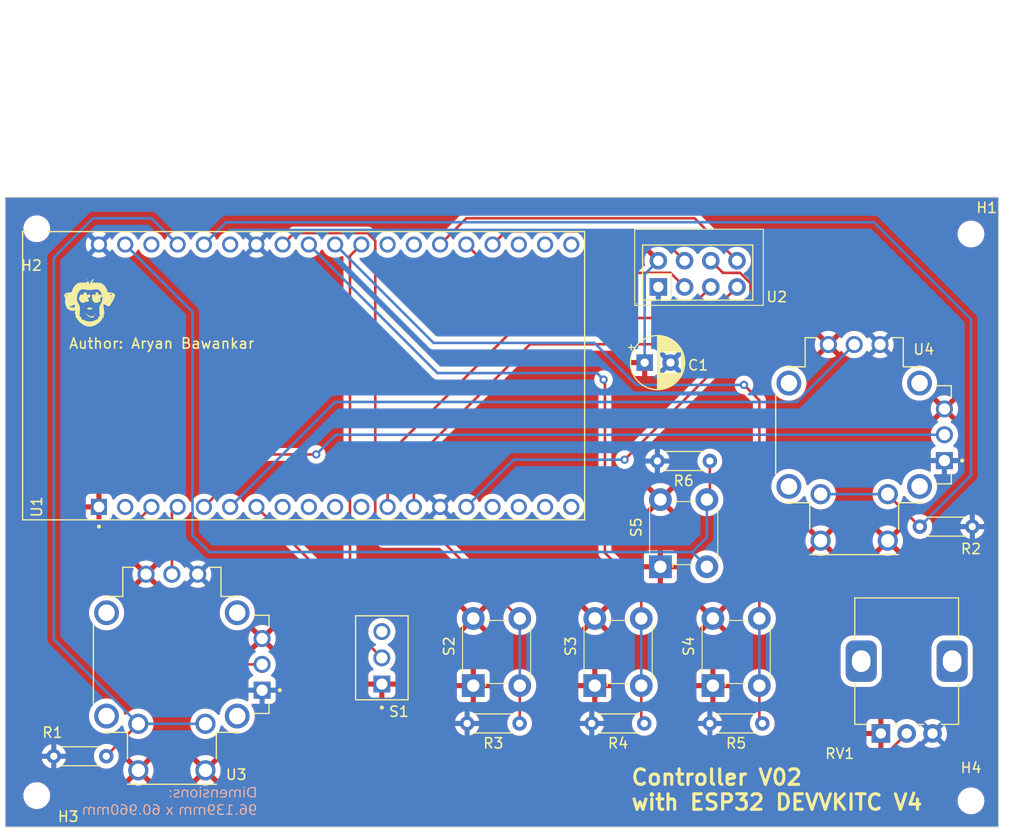
<source format=kicad_pcb>
(kicad_pcb (version 20221018) (generator pcbnew)
  (layers (0 "F.Cu" signal) (31 "B.Cu" signal) (34 "B.Paste" user) (35 "F.Paste" user) (36 "B.SilkS" user "B.Silkscreen") (37 "F.SilkS" user "F.Silkscreen") (38 "B.Mask" user) (39 "F.Mask" user) (44 "Edge.Cuts" user))
  (net 0 "")
  (net 1 "+3.3V")
  (net 2 "GND")
  (net 3 "/JB1")
  (net 4 "/JB2")
  (net 5 "/SW1")
  (net 6 "/SW2")
  (net 7 "/SW3")
  (net 8 "/SW4")
  (net 9 "/POT")
  (net 10 "/Toggle")
  (net 13 "/JX1")
  (net 14 "/JY1")
  (net 15 "/JX2")
  (net 16 "/JY2")
  (net 21 "/SCK")
  (net 22 "/MISO")
  (net 23 "/MOSI")
  (net 32 "/IRQ")
  (net 33 "/CE")
  (net 34 "/CSN")
  (footprint "RF_Module:nRF24L01_Breakout" (layer "F.Cu") (at 154.395 53.64 90)
    (fp_text reference "U2" (at -2.24 7.657 180) (layer "F.SilkS"))
    (fp_text value "NRF24L01_Breakout" hide)
    (pad "1" thru_hole rect (at -1.27 -3.81 90) (size 1.7 1.7) (drill 1) (layers "*.Cu" "*.Mask") (net 2 "GND"))
    (pad "2" thru_hole circle (at 1.27 -3.81 90) (size 1.7 1.7) (drill 1) (layers "*.Cu" "*.Mask") (net 1 "+3.3V"))
    (pad "3" thru_hole circle (at -1.27 -1.27 90) (size 1.7 1.7) (drill 1) (layers "*.Cu" "*.Mask") (net 33 "/CE"))
    (pad "4" thru_hole circle (at 1.27 -1.27 90) (size 1.7 1.7) (drill 1) (layers "*.Cu" "*.Mask") (net 34 "/CSN"))
    (pad "5" thru_hole circle (at -1.27 1.27 90) (size 1.7 1.7) (drill 1) (layers "*.Cu" "*.Mask") (net 21 "/SCK"))
    (pad "6" thru_hole circle (at 1.27 1.27 90) (size 1.7 1.7) (drill 1) (layers "*.Cu" "*.Mask") (net 23 "/MOSI"))
    (pad "7" thru_hole circle (at -1.27 3.81 90) (size 1.7 1.7) (drill 1) (layers "*.Cu" "*.Mask") (net 22 "/MISO"))
    (pad "8" thru_hole circle (at 1.27 3.81 90) (size 1.7 1.7) (drill 1) (layers "*.Cu" "*.Mask") (net 32 "/IRQ"))
  )
  (footprint "MountingHole:MountingHole_2.1mm" (layer "F.Cu") (at 180.848 104.648)
    (fp_text reference "H4" (at 0 -3.2) (layer "F.SilkS"))
    (fp_text value "MountingHole" hide)
    (pad "" np_thru_hole circle (at 0 0) (size 2.1 2.1) (drill 2.1) (layers "*.Cu" "*.Mask"))
  )
  (footprint "digikey-footprints:Switch_Tactile_THT_6x6mm" (layer "F.Cu") (at 155.865 93.495 90)
    (fp_text reference "S4" (at 3.81 -2.3368 90) (layer "F.SilkS"))
    (fp_text value "1825910-7" hide)
    (pad "1" thru_hole rect (at 0 0 90) (size 2.2 2.2) (drill 1.2) (layers "*.Cu" "*.Mask") (net 1 "+3.3V"))
    (pad "2" thru_hole circle (at 6.5 0 90) (size 2.2 2.2) (drill 1.2) (layers "*.Cu" "*.Mask") (net 1 "+3.3V"))
    (pad "3" thru_hole circle (at 0 4.5 90) (size 2.2 2.2) (drill 1.2) (layers "*.Cu" "*.Mask") (net 7 "/SW3"))
    (pad "4" thru_hole circle (at 6.5 4.5 90) (size 2.2 2.2) (drill 1.2) (layers "*.Cu" "*.Mask") (net 7 "/SW3"))
  )
  (footprint "ESP32 DEVKITC 32D:MODULE_ESP32-DEVKITC-32D" (layer "F.Cu") (at 116.205 63.5 90)
    (fp_text reference "U1" (at -12.7 -25.781 90) (layer "F.SilkS") (effects (font (size 1.000386 1.000386))))
    (fp_text value "ESP32-DEVKITC-32D" hide)
    (pad "J2-1" thru_hole rect (at -12.7 -19.76 90) (size 1.56 1.56) (drill 1.04) (layers "*.Cu" "*.Mask") (net 1 "+3.3V"))
    (pad "J2-2" thru_hole circle (at -12.7 -17.22 90) (size 1.56 1.56) (drill 1.04) (layers "*.Cu" "*.Mask"))
    (pad "J2-3" thru_hole circle (at -12.7 -14.68 90) (size 1.56 1.56) (drill 1.04) (layers "*.Cu" "*.Mask") (net 13 "/JX1"))
    (pad "J2-4" thru_hole circle (at -12.7 -12.14 90) (size 1.56 1.56) (drill 1.04) (layers "*.Cu" "*.Mask") (net 14 "/JY1"))
    (pad "J2-5" thru_hole circle (at -12.7 -9.6 90) (size 1.56 1.56) (drill 1.04) (layers "*.Cu" "*.Mask") (net 15 "/JX2"))
    (pad "J2-6" thru_hole circle (at -12.7 -7.06 90) (size 1.56 1.56) (drill 1.04) (layers "*.Cu" "*.Mask") (net 16 "/JY2"))
    (pad "J2-7" thru_hole circle (at -12.7 -4.52 90) (size 1.56 1.56) (drill 1.04) (layers "*.Cu" "*.Mask") (net 9 "/POT"))
    (pad "J2-8" thru_hole circle (at -12.7 -1.98 90) (size 1.56 1.56) (drill 1.04) (layers "*.Cu" "*.Mask"))
    (pad "J2-9" thru_hole circle (at -12.7 0.56 90) (size 1.56 1.56) (drill 1.04) (layers "*.Cu" "*.Mask"))
    (pad "J2-10" thru_hole circle (at -12.7 3.1 90) (size 1.56 1.56) (drill 1.04) (layers "*.Cu" "*.Mask"))
    (pad "J2-11" thru_hole circle (at -12.7 5.64 90) (size 1.56 1.56) (drill 1.04) (layers "*.Cu" "*.Mask"))
    (pad "J2-12" thru_hole circle (at -12.7 8.18 90) (size 1.56 1.56) (drill 1.04) (layers "*.Cu" "*.Mask") (net 21 "/SCK"))
    (pad "J2-13" thru_hole circle (at -12.7 10.72 90) (size 1.56 1.56) (drill 1.04) (layers "*.Cu" "*.Mask") (net 22 "/MISO"))
    (pad "J2-14" thru_hole circle (at -12.7 13.26 90) (size 1.56 1.56) (drill 1.04) (layers "*.Cu" "*.Mask") (net 2 "GND"))
    (pad "J2-15" thru_hole circle (at -12.7 15.8 90) (size 1.56 1.56) (drill 1.04) (layers "*.Cu" "*.Mask") (net 23 "/MOSI"))
    (pad "J2-16" thru_hole circle (at -12.7 18.34 90) (size 1.56 1.56) (drill 1.04) (layers "*.Cu" "*.Mask"))
    (pad "J2-17" thru_hole circle (at -12.7 20.88 90) (size 1.56 1.56) (drill 1.04) (layers "*.Cu" "*.Mask"))
    (pad "J2-18" thru_hole circle (at -12.7 23.42 90) (size 1.56 1.56) (drill 1.04) (layers "*.Cu" "*.Mask"))
    (pad "J2-19" thru_hole circle (at -12.7 25.96 90) (size 1.56 1.56) (drill 1.04) (layers "*.Cu" "*.Mask"))
    (pad "J3-1" thru_hole circle (at 12.7 -19.76 90) (size 1.56 1.56) (drill 1.04) (layers "*.Cu" "*.Mask") (net 2 "GND"))
    (pad "J3-2" thru_hole circle (at 12.7 -17.22 90) (size 1.56 1.56) (drill 1.04) (layers "*.Cu" "*.Mask") (net 8 "/SW4"))
    (pad "J3-3" thru_hole circle (at 12.7 -14.68 90) (size 1.56 1.56) (drill 1.04) (layers "*.Cu" "*.Mask"))
    (pad "J3-4" thru_hole circle (at 12.7 -12.14 90) (size 1.56 1.56) (drill 1.04) (layers "*.Cu" "*.Mask") (net 3 "/JB1"))
    (pad "J3-5" thru_hole circle (at 12.7 -9.6 90) (size 1.56 1.56) (drill 1.04) (layers "*.Cu" "*.Mask") (net 4 "/JB2"))
    (pad "J3-6" thru_hole circle (at 12.7 -7.06 90) (size 1.56 1.56) (drill 1.04) (layers "*.Cu" "*.Mask"))
    (pad "J3-7" thru_hole circle (at 12.7 -4.52 90) (size 1.56 1.56) (drill 1.04) (layers "*.Cu" "*.Mask") (net 2 "GND"))
    (pad "J3-8" thru_hole circle (at 12.7 -1.98 90) (size 1.56 1.56) (drill 1.04) (layers "*.Cu" "*.Mask") (net 5 "/SW1"))
    (pad "J3-9" thru_hole circle (at 12.7 0.56 90) (size 1.56 1.56) (drill 1.04) (layers "*.Cu" "*.Mask") (net 6 "/SW2"))
    (pad "J3-10" thru_hole circle (at 12.7 3.1 90) (size 1.56 1.56) (drill 1.04) (layers "*.Cu" "*.Mask") (net 7 "/SW3"))
    (pad "J3-11" thru_hole circle (at 12.7 5.64 90) (size 1.56 1.56) (drill 1.04) (layers "*.Cu" "*.Mask") (net 10 "/Toggle"))
    (pad "J3-12" thru_hole circle (at 12.7 8.18 90) (size 1.56 1.56) (drill 1.04) (layers "*.Cu" "*.Mask"))
    (pad "J3-13" thru_hole circle (at 12.7 10.72 90) (size 1.56 1.56) (drill 1.04) (layers "*.Cu" "*.Mask"))
    (pad "J3-14" thru_hole circle (at 12.7 13.26 90) (size 1.56 1.56) (drill 1.04) (layers "*.Cu" "*.Mask") (net 32 "/IRQ"))
    (pad "J3-15" thru_hole circle (at 12.7 15.8 90) (size 1.56 1.56) (drill 1.04) (layers "*.Cu" "*.Mask") (net 33 "/CE"))
    (pad "J3-16" thru_hole circle (at 12.7 18.34 90) (size 1.56 1.56) (drill 1.04) (layers "*.Cu" "*.Mask") (net 34 "/CSN"))
    (pad "J3-17" thru_hole circle (at 12.7 20.88 90) (size 1.56 1.56) (drill 1.04) (layers "*.Cu" "*.Mask"))
    (pad "J3-18" thru_hole circle (at 12.7 23.42 90) (size 1.56 1.56) (drill 1.04) (layers "*.Cu" "*.Mask"))
    (pad "J3-19" thru_hole circle (at 12.7 25.96 90) (size 1.56 1.56) (drill 1.04) (layers "*.Cu" "*.Mask"))
  )
  (footprint "Joystick:CNK_THB001P" (layer "F.Cu") (at 169.545 69.215)
    (fp_text reference "U4" (at 6.731 -8.255) (layer "F.SilkS"))
    (fp_text value "THB001P" hide)
    (pad "A" thru_hole circle (at -3.25 5.75) (size 1.95 1.95) (drill 1.3) (layers "*.Cu" "*.Mask") (net 4 "/JB2"))
    (pad "B" thru_hole circle (at 3.25 5.75) (size 1.95 1.95) (drill 1.3) (layers "*.Cu" "*.Mask") (net 4 "/JB2"))
    (pad "C" thru_hole circle (at -3.25 10.25) (size 1.95 1.95) (drill 1.3) (layers "*.Cu" "*.Mask") (net 1 "+3.3V"))
    (pad "D" thru_hole circle (at 3.25 10.25) (size 1.95 1.95) (drill 1.3) (layers "*.Cu" "*.Mask") (net 1 "+3.3V"))
    (pad "S1" thru_hole circle (at 6.325 -5) (size 2.4 2.4) (drill 1.6) (layers "*.Cu" "*.Mask"))
    (pad "S2" thru_hole circle (at -6.325 -5) (size 2.4 2.4) (drill 1.6) (layers "*.Cu" "*.Mask"))
    (pad "S3" thru_hole circle (at -6.325 5) (size 2.4 2.4) (drill 1.6) (layers "*.Cu" "*.Mask"))
    (pad "S4" thru_hole circle (at 6.325 5) (size 2.4 2.4) (drill 1.6) (layers "*.Cu" "*.Mask"))
    (pad "VR1_1" thru_hole rect (at 8.73 2.5) (size 1.65 1.65) (drill 1.1) (layers "*.Cu" "*.Mask") (net 2 "GND"))
    (pad "VR1_2" thru_hole circle (at 8.73 0) (size 1.65 1.65) (drill 1.1) (layers "*.Cu" "*.Mask") (net 15 "/JX2"))
    (pad "VR1_3" thru_hole circle (at 8.73 -2.5) (size 1.65 1.65) (drill 1.1) (layers "*.Cu" "*.Mask") (net 1 "+3.3V"))
    (pad "VR2_1" thru_hole circle (at 2.5 -8.73) (size 1.65 1.65) (drill 1.1) (layers "*.Cu" "*.Mask") (net 2 "GND"))
    (pad "VR2_2" thru_hole circle (at 0 -8.73) (size 1.65 1.65) (drill 1.1) (layers "*.Cu" "*.Mask") (net 16 "/JY2"))
    (pad "VR2_3" thru_hole circle (at -2.5 -8.73) (size 1.65 1.65) (drill 1.1) (layers "*.Cu" "*.Mask") (net 1 "+3.3V"))
  )
  (footprint "Joystick:CNK_THB001P" (layer "F.Cu") (at 103.505 91.44)
    (fp_text reference "U3" (at 6.223 10.668) (layer "F.SilkS"))
    (fp_text value "THB001P" hide)
    (pad "A" thru_hole circle (at -3.25 5.75) (size 1.95 1.95) (drill 1.3) (layers "*.Cu" "*.Mask") (net 3 "/JB1"))
    (pad "B" thru_hole circle (at 3.25 5.75) (size 1.95 1.95) (drill 1.3) (layers "*.Cu" "*.Mask") (net 3 "/JB1"))
    (pad "C" thru_hole circle (at -3.25 10.25) (size 1.95 1.95) (drill 1.3) (layers "*.Cu" "*.Mask") (net 1 "+3.3V"))
    (pad "D" thru_hole circle (at 3.25 10.25) (size 1.95 1.95) (drill 1.3) (layers "*.Cu" "*.Mask") (net 1 "+3.3V"))
    (pad "S1" thru_hole circle (at 6.325 -5) (size 2.4 2.4) (drill 1.6) (layers "*.Cu" "*.Mask"))
    (pad "S2" thru_hole circle (at -6.325 -5) (size 2.4 2.4) (drill 1.6) (layers "*.Cu" "*.Mask"))
    (pad "S3" thru_hole circle (at -6.325 5) (size 2.4 2.4) (drill 1.6) (layers "*.Cu" "*.Mask"))
    (pad "S4" thru_hole circle (at 6.325 5) (size 2.4 2.4) (drill 1.6) (layers "*.Cu" "*.Mask"))
    (pad "VR1_1" thru_hole rect (at 8.73 2.5) (size 1.65 1.65) (drill 1.1) (layers "*.Cu" "*.Mask") (net 2 "GND"))
    (pad "VR1_2" thru_hole circle (at 8.73 0) (size 1.65 1.65) (drill 1.1) (layers "*.Cu" "*.Mask") (net 13 "/JX1"))
    (pad "VR1_3" thru_hole circle (at 8.73 -2.5) (size 1.65 1.65) (drill 1.1) (layers "*.Cu" "*.Mask") (net 1 "+3.3V"))
    (pad "VR2_1" thru_hole circle (at 2.5 -8.73) (size 1.65 1.65) (drill 1.1) (layers "*.Cu" "*.Mask") (net 2 "GND"))
    (pad "VR2_2" thru_hole circle (at 0 -8.73) (size 1.65 1.65) (drill 1.1) (layers "*.Cu" "*.Mask") (net 14 "/JY1"))
    (pad "VR2_3" thru_hole circle (at -2.5 -8.73) (size 1.65 1.65) (drill 1.1) (layers "*.Cu" "*.Mask") (net 1 "+3.3V"))
  )
  (footprint "Resistor_THT:R_Axial_DIN0204_L3.6mm_D1.6mm_P5.08mm_Horizontal" (layer "F.Cu") (at 97.155 100.33 180)
    (fp_text reference "R1" (at 5.207 2.286) (layer "F.SilkS"))
    (fp_text value "1k")
    (pad "1" thru_hole circle (at 0 0 180) (size 1.4 1.4) (drill 0.7) (layers "*.Cu" "*.Mask") (net 3 "/JB1"))
    (pad "2" thru_hole oval (at 5.08 0 180) (size 1.4 1.4) (drill 0.7) (layers "*.Cu" "*.Mask") (net 2 "GND"))
  )
  (footprint "Resistor_THT:R_Axial_DIN0204_L3.6mm_D1.6mm_P5.08mm_Horizontal" (layer "F.Cu") (at 160.655 97.155 180)
    (fp_text reference "R5" (at 2.54 -1.92) (layer "F.SilkS"))
    (fp_text value "1K")
    (pad "1" thru_hole circle (at 0 0 180) (size 1.4 1.4) (drill 0.7) (layers "*.Cu" "*.Mask") (net 7 "/SW3"))
    (pad "2" thru_hole oval (at 5.08 0 180) (size 1.4 1.4) (drill 0.7) (layers "*.Cu" "*.Mask") (net 2 "GND"))
  )
  (footprint "LOGO" (layer "F.Cu") (at 95.504 56.388)
    (fp_text reference "G***" (at 0 0) (layer "F.SilkS") (effects (font (size 1.5 1.5) (thickness 0.3))))
    (fp_text value "LOGO" hide)
  )
  (footprint "digikey-footprints:Switch_Tactile_THT_6x6mm" (layer "F.Cu") (at 132.675 93.495 90)
    (fp_text reference "S2" (at 3.81 -2.3368 90) (layer "F.SilkS"))
    (fp_text value "1825910-7" hide)
    (pad "1" thru_hole rect (at 0 0 90) (size 2.2 2.2) (drill 1.2) (layers "*.Cu" "*.Mask") (net 1 "+3.3V"))
    (pad "2" thru_hole circle (at 6.5 0 90) (size 2.2 2.2) (drill 1.2) (layers "*.Cu" "*.Mask") (net 1 "+3.3V"))
    (pad "3" thru_hole circle (at 0 4.5 90) (size 2.2 2.2) (drill 1.2) (layers "*.Cu" "*.Mask") (net 5 "/SW1"))
    (pad "4" thru_hole circle (at 6.5 4.5 90) (size 2.2 2.2) (drill 1.2) (layers "*.Cu" "*.Mask") (net 5 "/SW1"))
  )
  (footprint "Resistor_THT:R_Axial_DIN0204_L3.6mm_D1.6mm_P5.08mm_Horizontal" (layer "F.Cu") (at 155.575 71.755 180)
    (fp_text reference "R6" (at 2.54 -1.92) (layer "F.SilkS"))
    (fp_text value "1K")
    (pad "1" thru_hole circle (at 0 0 180) (size 1.4 1.4) (drill 0.7) (layers "*.Cu" "*.Mask") (net 8 "/SW4"))
    (pad "2" thru_hole oval (at 5.08 0 180) (size 1.4 1.4) (drill 0.7) (layers "*.Cu" "*.Mask") (net 2 "GND"))
  )
  (footprint "Potentiometer_THT:Potentiometer_Alps_RK09K_Single_Vertical" (layer "F.Cu") (at 172.125 98.125 90)
    (fp_text reference "RV1" (at -1.951 -3.977 180) (layer "F.SilkS"))
    (fp_text value "R_Potentiometer" hide)
    (pad "1" thru_hole rect (at 0 0 90) (size 1.8 1.8) (drill 1) (layers "*.Cu" "*.Mask") (net 1 "+3.3V"))
    (pad "2" thru_hole circle (at 0 2.5 90) (size 1.8 1.8) (drill 1) (layers "*.Cu" "*.Mask") (net 9 "/POT"))
    (pad "3" thru_hole circle (at 0 5 90) (size 1.8 1.8) (drill 1) (layers "*.Cu" "*.Mask") (net 2 "GND"))
    (pad "MP" thru_hole roundrect (at 7 -1.9 90) (size 4 3) (drill oval 2.1 1.8) (layers "*.Cu" "*.Mask"))
    (pad "MP" thru_hole roundrect (at 7 6.9 90) (size 4 3) (drill oval 2.1 1.8) (layers "*.Cu" "*.Mask"))
  )
  (footprint "MountingHole:MountingHole_2.1mm" (layer "F.Cu") (at 90.424 49.276)
    (fp_text reference "H2" (at -0.508 3.556) (layer "F.SilkS"))
    (fp_text value "MountingHole" hide)
    (pad "" np_thru_hole circle (at 0 0) (size 2.1 2.1) (drill 2.1) (layers "*.Cu" "*.Mask"))
  )
  (footprint "Capacitor_THT:CP_Radial_D5.0mm_P2.50mm" (layer "F.Cu") (at 149.265 62.23)
    (fp_text reference "C1" (at 5.167 0.254) (layer "F.SilkS"))
    (fp_text value "C_Polarized_Small_US" hide)
    (pad "1" thru_hole rect (at 0 0) (size 1.6 1.6) (drill 0.8) (layers "*.Cu" "*.Mask") (net 1 "+3.3V"))
    (pad "2" thru_hole circle (at 2.5 0) (size 1.6 1.6) (drill 0.8) (layers "*.Cu" "*.Mask") (net 2 "GND"))
  )
  (footprint "Resistor_THT:R_Axial_DIN0204_L3.6mm_D1.6mm_P5.08mm_Horizontal" (layer "F.Cu") (at 149.225 97.155 180)
    (fp_text reference "R4" (at 2.54 -1.92) (layer "F.SilkS"))
    (fp_text value "1K")
    (pad "1" thru_hole circle (at 0 0 180) (size 1.4 1.4) (drill 0.7) (layers "*.Cu" "*.Mask") (net 6 "/SW2"))
    (pad "2" thru_hole oval (at 5.08 0 180) (size 1.4 1.4) (drill 0.7) (layers "*.Cu" "*.Mask") (net 2 "GND"))
  )
  (footprint "digikey-footprints:Switch_Tactile_THT_6x6mm" (layer "F.Cu") (at 150.785 81.99 90)
    (fp_text reference "S5" (at 3.81 -2.3368 90) (layer "F.SilkS"))
    (fp_text value "1825910-7" hide)
    (pad "1" thru_hole rect (at 0 0 90) (size 2.2 2.2) (drill 1.2) (layers "*.Cu" "*.Mask") (net 1 "+3.3V"))
    (pad "2" thru_hole circle (at 6.5 0 90) (size 2.2 2.2) (drill 1.2) (layers "*.Cu" "*.Mask") (net 1 "+3.3V"))
    (pad "3" thru_hole circle (at 0 4.5 90) (size 2.2 2.2) (drill 1.2) (layers "*.Cu" "*.Mask") (net 8 "/SW4"))
    (pad "4" thru_hole circle (at 6.5 4.5 90) (size 2.2 2.2) (drill 1.2) (layers "*.Cu" "*.Mask") (net 8 "/SW4"))
  )
  (footprint "Resistor_THT:R_Axial_DIN0204_L3.6mm_D1.6mm_P5.08mm_Horizontal" (layer "F.Cu") (at 175.895 78.105)
    (fp_text reference "R2" (at 4.953 2.159) (layer "F.SilkS"))
    (fp_text value "1k")
    (pad "1" thru_hole circle (at 0 0) (size 1.4 1.4) (drill 0.7) (layers "*.Cu" "*.Mask") (net 4 "/JB2"))
    (pad "2" thru_hole oval (at 5.08 0) (size 1.4 1.4) (drill 0.7) (layers "*.Cu" "*.Mask") (net 2 "GND"))
  )
  (footprint "MountingHole:MountingHole_2.1mm" (layer "F.Cu") (at 90.424 104.14)
    (fp_text reference "H3" (at 3.048 2.032) (layer "F.SilkS"))
    (fp_text value "MountingHole" hide)
    (pad "" np_thru_hole circle (at 0 0) (size 2.1 2.1) (drill 2.1) (layers "*.Cu" "*.Mask"))
  )
  (footprint "Toggle Switch:SW_200MSP1T2B4M2QE" (layer "F.Cu") (at 123.825 90.805 90)
    (fp_text reference "S1" (at -5.207 1.651) (layer "F.SilkS"))
    (fp_text value "200MSP1T2B4M2QE" hide)
    (pad "1" thru_hole rect (at -2.54 0 90) (size 1.635 1.635) (drill 1.09) (layers "*.Cu" "*.Mask") (net 1 "+3.3V"))
    (pad "2" thru_hole circle (at 0 0 90) (size 1.635 1.635) (drill 1.09) (layers "*.Cu" "*.Mask") (net 10 "/Toggle"))
    (pad "3" thru_hole circle (at 2.54 0 90) (size 1.635 1.635) (drill 1.09) (layers "*.Cu" "*.Mask"))
  )
  (footprint "Resistor_THT:R_Axial_DIN0204_L3.6mm_D1.6mm_P5.08mm_Horizontal" (layer "F.Cu") (at 137.16 97.155 180)
    (fp_text reference "R3" (at 2.54 -1.92) (layer "F.SilkS"))
    (fp_text value "1K")
    (pad "1" thru_hole circle (at 0 0 180) (size 1.4 1.4) (drill 0.7) (layers "*.Cu" "*.Mask") (net 5 "/SW1"))
    (pad "2" thru_hole oval (at 5.08 0 180) (size 1.4 1.4) (drill 0.7) (layers "*.Cu" "*.Mask") (net 2 "GND"))
  )
  (footprint "digikey-footprints:Switch_Tactile_THT_6x6mm" (layer "F.Cu") (at 144.435 93.495 90)
    (fp_text reference "S3" (at 3.81 -2.3368 90) (layer "F.SilkS"))
    (fp_text value "1825910-7" hide)
    (pad "1" thru_hole rect (at 0 0 90) (size 2.2 2.2) (drill 1.2) (layers "*.Cu" "*.Mask") (net 1 "+3.3V"))
    (pad "2" thru_hole circle (at 6.5 0 90) (size 2.2 2.2) (drill 1.2) (layers "*.Cu" "*.Mask") (net 1 "+3.3V"))
    (pad "3" thru_hole circle (at 0 4.5 90) (size 2.2 2.2) (drill 1.2) (layers "*.Cu" "*.Mask") (net 6 "/SW2"))
    (pad "4" thru_hole circle (at 6.5 4.5 90) (size 2.2 2.2) (drill 1.2) (layers "*.Cu" "*.Mask") (net 6 "/SW2"))
  )
  (footprint "MountingHole:MountingHole_2.1mm" (layer "F.Cu") (at 180.848 49.784)
    (fp_text reference "H1" (at 1.524 -2.54) (layer "F.SilkS"))
    (fp_text value "MountingHole")
    (pad "" np_thru_hole circle (at 0 0) (size 2.1 2.1) (drill 2.1) (layers "*.Cu" "*.Mask"))
  )
  (gr_rect (start 87.376 46.228) (end 183.515 107.188) (stroke (width 0.1)) (fill none) (layer "Edge.Cuts"))
  (gr_text "Dimensions: \n96.139mm x 60.960mm" (at 111.76 106.172) (layer "B.SilkS") (effects (font (size 1 1)) (justify left bottom mirror)))
  (gr_text "Controller V02\nwith ESP32 DEVVKITC V4\n" (at 147.828 105.664) (layer "F.SilkS") (effects (font (size 1.5 1.5) (thickness 0.3) bold) (justify left bottom)))
  (gr_text "Author: Aryan Bawankar" (at 93.472 60.96) (layer "F.SilkS") (effects (font (size 1 1)) (justify left bottom)))
  (segment (start 150.585 52.37) (end 149.265 53.69) (width 0.25) (layer "B.Cu") (net 1))
  (segment (start 149.265 53.69) (end 149.265 62.23) (width 0.25) (layer "B.Cu") (net 1))
  (segment (start 150.585 54.91) (end 150.585 61.05) (width 0.25) (layer "B.Cu") (net 2))
  (segment (start 150.585 61.05) (end 151.765 62.23) (width 0.25) (layer "B.Cu") (net 2))
  (segment (start 97.155 100.29) (end 97.155 100.33) (width 0.25) (layer "F.Cu") (net 3))
  (segment (start 100.255 97.19) (end 97.155 100.29) (width 0.25) (layer "F.Cu") (net 3))
  (segment (start 95.885 48.26) (end 92.075 52.07) (width 0.25) (layer "B.Cu") (net 3))
  (segment (start 92.075 89.01) (end 100.255 97.19) (width 0.25) (layer "B.Cu") (net 3))
  (segment (start 104.065 50.8) (end 101.525 48.26) (width 0.25) (layer "B.Cu") (net 3))
  (segment (start 92.075 52.07) (end 92.075 89.01) (width 0.25) (layer "B.Cu") (net 3))
  (segment (start 100.255 97.19) (end 106.755 97.19) (width 0.25) (layer "B.Cu") (net 3))
  (segment (start 101.525 48.26) (end 95.885 48.26) (width 0.25) (layer "B.Cu") (net 3))
  (segment (start 175.895 78.105) (end 172.795 75.005) (width 0.25) (layer "F.Cu") (net 4))
  (segment (start 172.795 75.005) (end 172.795 74.965) (width 0.25) (layer "F.Cu") (net 4))
  (segment (start 180.848 73.152) (end 180.848 58.039) (width 0.25) (layer "B.Cu") (net 4))
  (segment (start 180.848 58.039) (end 171.45 48.641) (width 0.25) (layer "B.Cu") (net 4))
  (segment (start 108.764 48.641) (end 106.605 50.8) (width 0.25) (layer "B.Cu") (net 4))
  (segment (start 171.45 48.641) (end 108.764 48.641) (width 0.25) (layer "B.Cu") (net 4))
  (segment (start 166.295 74.965) (end 172.795 74.965) (width 0.25) (layer "B.Cu") (net 4))
  (segment (start 175.895 78.105) (end 180.848 73.152) (width 0.25) (layer "B.Cu") (net 4))
  (segment (start 137.175 97.14) (end 137.16 97.155) (width 0.25) (layer "F.Cu") (net 5))
  (segment (start 137.175 93.495) (end 137.175 97.14) (width 0.25) (layer "F.Cu") (net 5))
  (segment (start 123.975255 79.525255) (end 129.705255 79.525255) (width 0.25) (layer "F.Cu") (net 5))
  (segment (start 123.19 50.432294) (end 123.19 78.74) (width 0.25) (layer "F.Cu") (net 5))
  (segment (start 115.33 49.695) (end 122.452706 49.695) (width 0.25) (layer "F.Cu") (net 5))
  (segment (start 129.705255 79.525255) (end 137.175 86.995) (width 0.25) (layer "F.Cu") (net 5))
  (segment (start 123.19 78.74) (end 123.975255 79.525255) (width 0.25) (layer "F.Cu") (net 5))
  (segment (start 114.225 50.8) (end 115.33 49.695) (width 0.25) (layer "F.Cu") (net 5))
  (segment (start 122.452706 49.695) (end 123.19 50.432294) (width 0.25) (layer "F.Cu") (net 5))
  (segment (start 137.175 86.995) (end 137.175 93.495) (width 0.25) (layer "B.Cu") (net 5))
  (segment (start 145.415 80.645) (end 148.935 84.165) (width 0.25) (layer "F.Cu") (net 6))
  (segment (start 148.935 93.495) (end 148.935 96.865) (width 0.25) (layer "F.Cu") (net 6))
  (segment (start 148.935 84.165) (end 148.935 86.995) (width 0.25) (layer "F.Cu") (net 6))
  (segment (start 145.288 63.881) (end 145.415 64.008) (width 0.25) (layer "F.Cu") (net 6))
  (segment (start 148.935 96.865) (end 149.225 97.155) (width 0.25) (layer "F.Cu") (net 6))
  (segment (start 145.415 64.008) (end 145.415 80.645) (width 0.25) (layer "F.Cu") (net 6))
  (via (at 145.288 63.881) (size 0.8) (drill 0.4) (layers "F.Cu" "B.Cu") (net 6))
  (segment (start 148.935 86.995) (end 148.935 93.495) (width 0.25) (layer "B.Cu") (net 6))
  (segment (start 145.288 63.881) (end 144.653 63.246) (width 0.25) (layer "B.Cu") (net 6))
  (segment (start 129.211 63.246) (end 116.765 50.8) (width 0.25) (layer "B.Cu") (net 6))
  (segment (start 144.653 63.246) (end 129.211 63.246) (width 0.25) (layer "B.Cu") (net 6))
  (segment (start 160.365 96.865) (end 160.655 97.155) (width 0.25) (layer "F.Cu") (net 7))
  (segment (start 160.365 65.877) (end 160.365 86.995) (width 0.25) (layer "F.Cu") (net 7))
  (segment (start 160.365 93.495) (end 160.365 96.865) (width 0.25) (layer "F.Cu") (net 7))
  (segment (start 158.877 64.389) (end 160.365 65.877) (width 0.25) (layer "F.Cu") (net 7))
  (via (at 158.877 64.389) (size 0.8) (drill 0.4) (layers "F.Cu" "B.Cu") (net 7))
  (segment (start 160.365 86.995) (end 160.365 93.495) (width 0.25) (layer "B.Cu") (net 7))
  (segment (start 148.463 64.389) (end 158.877 64.389) (width 0.25) (layer "B.Cu") (net 7))
  (segment (start 119.305 50.8) (end 128.83 60.325) (width 0.25) (layer "B.Cu") (net 7))
  (segment (start 128.83 60.325) (end 144.399 60.325) (width 0.25) (layer "B.Cu") (net 7))
  (segment (start 144.399 60.325) (end 148.463 64.389) (width 0.25) (layer "B.Cu") (net 7))
  (segment (start 155.575 71.755) (end 155.575 75.2) (width 0.25) (layer "F.Cu") (net 8))
  (segment (start 155.575 75.2) (end 155.285 75.49) (width 0.25) (layer "F.Cu") (net 8))
  (segment (start 155.285 81.99) (end 153.86 80.565) (width 0.25) (layer "B.Cu") (net 8))
  (segment (start 153.86 80.565) (end 107.108 80.565) (width 0.25) (layer "B.Cu") (net 8))
  (segment (start 155.285 79.14) (end 153.86 80.565) (width 0.25) (layer "B.Cu") (net 8))
  (segment (start 105.5 78.957) (end 105.5 57.315) (width 0.25) (layer "B.Cu") (net 8))
  (segment (start 107.108 80.565) (end 105.5 78.957) (width 0.25) (layer "B.Cu") (net 8))
  (segment (start 155.285 75.49) (end 155.285 79.14) (width 0.25) (layer "B.Cu") (net 8))
  (segment (start 105.5 57.315) (end 98.985 50.8) (width 0.25) (layer "B.Cu") (net 8))
  (segment (start 171.277 101.473) (end 123.19 101.473) (width 0.25) (layer "F.Cu") (net 9))
  (segment (start 174.625 98.125) (end 171.277 101.473) (width 0.25) (layer "F.Cu") (net 9))
  (segment (start 123.19 101.473) (end 117.094 95.377) (width 0.25) (layer "F.Cu") (net 9))
  (segment (start 117.094 95.377) (end 117.094 81.609) (width 0.25) (layer "F.Cu") (net 9))
  (segment (start 117.094 81.609) (end 111.685 76.2) (width 0.25) (layer "F.Cu") (net 9))
  (segment (start 123.825 90.805) (end 120.74 87.72) (width 0.25) (layer "F.Cu") (net 10))
  (segment (start 120.74 87.72) (end 120.74 51.905) (width 0.25) (layer "F.Cu") (net 10))
  (segment (start 120.74 51.905) (end 121.845 50.8) (width 0.25) (layer "F.Cu") (net 10))
  (segment (start 105.664 91.44) (end 98.552 84.328) (width 0.25) (layer "F.Cu") (net 13))
  (segment (start 112.235 91.44) (end 105.664 91.44) (width 0.25) (layer "F.Cu") (net 13))
  (segment (start 98.552 84.328) (end 98.552 79.173) (width 0.25) (layer "F.Cu") (net 13))
  (segment (start 98.552 79.173) (end 101.525 76.2) (width 0.25) (layer "F.Cu") (net 13))
  (segment (start 103.505 76.76) (end 104.065 76.2) (width 0.25) (layer "F.Cu") (net 14))
  (segment (start 103.505 82.71) (end 103.505 76.76) (width 0.25) (layer "F.Cu") (net 14))
  (segment (start 111.685 71.12) (end 106.605 76.2) (width 0.25) (layer "F.Cu") (net 15))
  (segment (start 117.475 71.12) (end 111.685 71.12) (width 0.25) (layer "F.Cu") (net 15))
  (via (at 117.475 71.12) (size 0.8) (drill 0.4) (layers "F.Cu" "B.Cu") (net 15))
  (segment (start 178.275 69.215) (end 119.38 69.215) (width 0.25) (layer "B.Cu") (net 15))
  (segment (start 119.38 69.215) (end 117.475 71.12) (width 0.25) (layer "B.Cu") (net 15))
  (segment (start 119.305 66.04) (end 109.145 76.2) (width 0.25) (layer "B.Cu") (net 16))
  (segment (start 163.99 66.04) (end 119.305 66.04) (width 0.25) (layer "B.Cu") (net 16))
  (segment (start 169.545 60.485) (end 163.99 66.04) (width 0.25) (layer "B.Cu") (net 16))
  (segment (start 137.668 57.912) (end 124.385 71.195) (width 0.25) (layer "F.Cu") (net 21))
  (segment (start 155.665 54.91) (end 152.663 57.912) (width 0.25) (layer "F.Cu") (net 21))
  (segment (start 152.663 57.912) (end 137.668 57.912) (width 0.25) (layer "F.Cu") (net 21))
  (segment (start 124.385 71.195) (end 124.385 76.2) (width 0.25) (layer "F.Cu") (net 21))
  (segment (start 126.925 71.703) (end 126.925 76.2) (width 0.25) (layer "F.Cu") (net 22))
  (segment (start 158.205 54.91) (end 152.663 60.452) (width 0.25) (layer "F.Cu") (net 22))
  (segment (start 152.663 60.452) (end 138.176 60.452) (width 0.25) (layer "F.Cu") (net 22))
  (segment (start 138.176 60.452) (end 126.925 71.703) (width 0.25) (layer "F.Cu") (net 22))
  (segment (start 158.501701 53.545) (end 159.512 54.555299) (width 0.25) (layer "F.Cu") (net 23))
  (segment (start 156.84 53.545) (end 158.501701 53.545) (width 0.25) (layer "F.Cu") (net 23))
  (segment (start 159.512 54.555299) (end 159.512 59.436) (width 0.25) (layer "F.Cu") (net 23))
  (segment (start 159.512 59.436) (end 147.32 71.628) (width 0.25) (layer "F.Cu") (net 23))
  (segment (start 155.665 52.37) (end 156.84 53.545) (width 0.25) (layer "F.Cu") (net 23))
  (via (at 147.32 71.628) (size 0.8) (drill 0.4) (layers "F.Cu" "B.Cu") (net 23))
  (segment (start 147.32 71.628) (end 136.577 71.628) (width 0.25) (layer "B.Cu") (net 23))
  (segment (start 136.577 71.628) (end 132.005 76.2) (width 0.25) (layer "B.Cu") (net 23))
  (segment (start 158.205 52.37) (end 154.095 48.26) (width 0.25) (layer "F.Cu") (net 32))
  (segment (start 154.095 48.26) (end 132.005 48.26) (width 0.25) (layer "F.Cu") (net 32))
  (segment (start 132.005 48.26) (end 129.465 50.8) (width 0.25) (layer "F.Cu") (net 32))
  (segment (start 153.125 54.91) (end 151.76 53.545) (width 0.25) (layer "F.Cu") (net 33))
  (segment (start 151.76 53.545) (end 134.75 53.545) (width 0.25) (layer "F.Cu") (net 33))
  (segment (start 134.75 53.545) (end 132.005 50.8) (width 0.25) (layer "F.Cu") (net 33))
  (segment (start 153.125 52.37) (end 150.285 49.53) (width 0.25) (layer "F.Cu") (net 34))
  (segment (start 150.285 49.53) (end 135.815 49.53) (width 0.25) (layer "F.Cu") (net 34))
  (segment (start 135.815 49.53) (end 134.545 50.8) (width 0.25) (layer "F.Cu") (net 34))
  (zone (net 1) (net_name "+3.3V") (layer "F.Cu") (priority 1) (connect_pads (clearance 0.5)) (min_thickness 0.25) (fill yes (thermal_gap 0.5) (thermal_bridge_width 0.5))
    (polygon (pts (xy 86.868 44.196) (xy 183.896 45.212) (xy 183.896 107.696) (xy 86.868 107.696)))
  )
  (zone (net 2) (net_name "GND") (layer "B.Cu") (connect_pads (clearance 0.5)) (min_thickness 0.25) (fill yes (thermal_gap 0.5) (thermal_bridge_width 0.5))
    (polygon (pts (xy 86.868 44.196) (xy 183.896 45.212) (xy 183.896 107.696) (xy 86.868 107.696)))
  )
)
</source>
